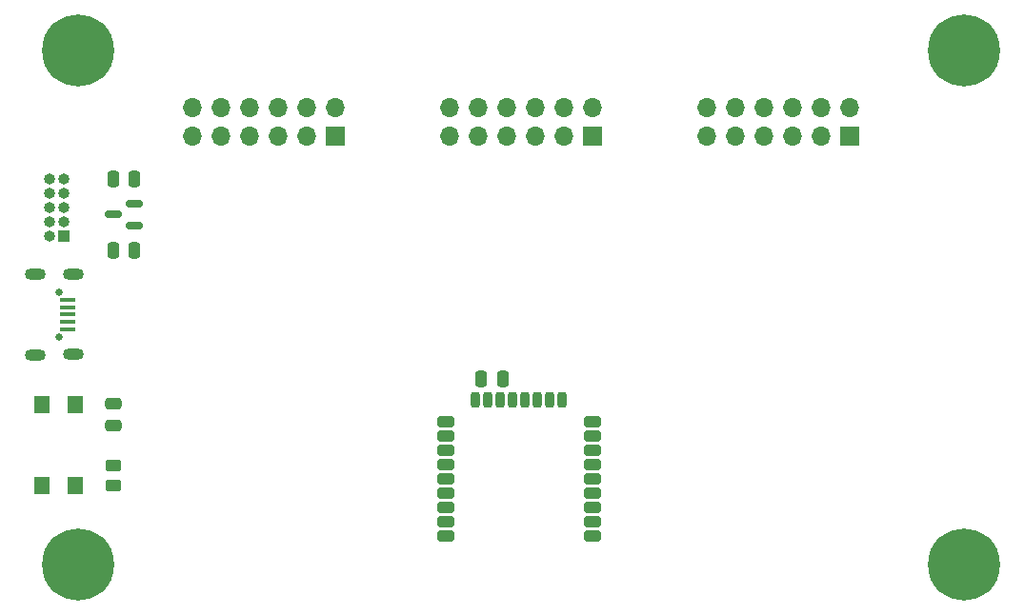
<source format=gbr>
%TF.GenerationSoftware,KiCad,Pcbnew,7.0.4*%
%TF.CreationDate,2023-05-26T13:48:30+02:00*%
%TF.ProjectId,pmod_e103bt53_baseboard,706d6f64-5f65-4313-9033-627435335f62,rev?*%
%TF.SameCoordinates,Original*%
%TF.FileFunction,Soldermask,Top*%
%TF.FilePolarity,Negative*%
%FSLAX46Y46*%
G04 Gerber Fmt 4.6, Leading zero omitted, Abs format (unit mm)*
G04 Created by KiCad (PCBNEW 7.0.4) date 2023-05-26 13:48:30*
%MOMM*%
%LPD*%
G01*
G04 APERTURE LIST*
G04 Aperture macros list*
%AMRoundRect*
0 Rectangle with rounded corners*
0 $1 Rounding radius*
0 $2 $3 $4 $5 $6 $7 $8 $9 X,Y pos of 4 corners*
0 Add a 4 corners polygon primitive as box body*
4,1,4,$2,$3,$4,$5,$6,$7,$8,$9,$2,$3,0*
0 Add four circle primitives for the rounded corners*
1,1,$1+$1,$2,$3*
1,1,$1+$1,$4,$5*
1,1,$1+$1,$6,$7*
1,1,$1+$1,$8,$9*
0 Add four rect primitives between the rounded corners*
20,1,$1+$1,$2,$3,$4,$5,0*
20,1,$1+$1,$4,$5,$6,$7,0*
20,1,$1+$1,$6,$7,$8,$9,0*
20,1,$1+$1,$8,$9,$2,$3,0*%
G04 Aperture macros list end*
%ADD10RoundRect,0.250000X-0.450000X0.262500X-0.450000X-0.262500X0.450000X-0.262500X0.450000X0.262500X0*%
%ADD11RoundRect,0.250000X-0.475000X0.250000X-0.475000X-0.250000X0.475000X-0.250000X0.475000X0.250000X0*%
%ADD12R,1.400000X1.600000*%
%ADD13R,1.700000X1.700000*%
%ADD14O,1.700000X1.700000*%
%ADD15C,0.800000*%
%ADD16C,6.400000*%
%ADD17RoundRect,0.250000X0.250000X0.475000X-0.250000X0.475000X-0.250000X-0.475000X0.250000X-0.475000X0*%
%ADD18R,1.000000X1.000000*%
%ADD19O,1.000000X1.000000*%
%ADD20RoundRect,0.150000X0.587500X0.150000X-0.587500X0.150000X-0.587500X-0.150000X0.587500X-0.150000X0*%
%ADD21RoundRect,0.250000X-0.250000X-0.475000X0.250000X-0.475000X0.250000X0.475000X-0.250000X0.475000X0*%
%ADD22C,0.650000*%
%ADD23R,1.400000X0.400000*%
%ADD24O,1.850000X1.050000*%
%ADD25RoundRect,0.250000X-0.500000X-0.250000X0.500000X-0.250000X0.500000X0.250000X-0.500000X0.250000X0*%
%ADD26RoundRect,0.200000X-0.200000X-0.500000X0.200000X-0.500000X0.200000X0.500000X-0.200000X0.500000X0*%
G04 APERTURE END LIST*
D10*
%TO.C,R1*%
X53975000Y-59770000D03*
X53975000Y-61595000D03*
%TD*%
D11*
%TO.C,C4*%
X53975000Y-54295000D03*
X53975000Y-56195000D03*
%TD*%
D12*
%TO.C,SW1*%
X50625000Y-61595000D03*
X50625000Y-54395000D03*
X47625000Y-61595000D03*
X47625000Y-54395000D03*
%TD*%
D13*
%TO.C,PMOD2*%
X96520000Y-30480000D03*
D14*
X96520000Y-27940000D03*
X93980000Y-30480000D03*
X93980000Y-27940000D03*
X91440000Y-30480000D03*
X91440000Y-27940000D03*
X88900000Y-30480000D03*
X88900000Y-27940000D03*
X86360000Y-30480000D03*
X86360000Y-27940000D03*
X83820000Y-30480000D03*
X83820000Y-27940000D03*
%TD*%
D13*
%TO.C,PMOD3*%
X119380000Y-30480000D03*
D14*
X119380000Y-27940000D03*
X116840000Y-30480000D03*
X116840000Y-27940000D03*
X114300000Y-30480000D03*
X114300000Y-27940000D03*
X111760000Y-30480000D03*
X111760000Y-27940000D03*
X109220000Y-30480000D03*
X109220000Y-27940000D03*
X106680000Y-30480000D03*
X106680000Y-27940000D03*
%TD*%
D13*
%TO.C,PMOD1*%
X73660000Y-30480000D03*
D14*
X73660000Y-27940000D03*
X71120000Y-30480000D03*
X71120000Y-27940000D03*
X68580000Y-30480000D03*
X68580000Y-27940000D03*
X66040000Y-30480000D03*
X66040000Y-27940000D03*
X63500000Y-30480000D03*
X63500000Y-27940000D03*
X60960000Y-30480000D03*
X60960000Y-27940000D03*
%TD*%
D15*
%TO.C,H3*%
X48400000Y-68580000D03*
X49102944Y-66882944D03*
X49102944Y-70277056D03*
X50800000Y-66180000D03*
D16*
X50800000Y-68580000D03*
D15*
X50800000Y-70980000D03*
X52497056Y-66882944D03*
X52497056Y-70277056D03*
X53200000Y-68580000D03*
%TD*%
%TO.C,H1*%
X48400000Y-22860000D03*
X49102944Y-21162944D03*
X49102944Y-24557056D03*
X50800000Y-20460000D03*
D16*
X50800000Y-22860000D03*
D15*
X50800000Y-25260000D03*
X52497056Y-21162944D03*
X52497056Y-24557056D03*
X53200000Y-22860000D03*
%TD*%
D17*
%TO.C,C1*%
X55875000Y-40640000D03*
X53975000Y-40640000D03*
%TD*%
D15*
%TO.C,H4*%
X127140000Y-68580000D03*
X127842944Y-66882944D03*
X127842944Y-70277056D03*
X129540000Y-66180000D03*
D16*
X129540000Y-68580000D03*
D15*
X129540000Y-70980000D03*
X131237056Y-66882944D03*
X131237056Y-70277056D03*
X131940000Y-68580000D03*
%TD*%
D18*
%TO.C,J2*%
X49530000Y-39370000D03*
D19*
X48260000Y-39370000D03*
X49530000Y-38100000D03*
X48260000Y-38100000D03*
X49530000Y-36830000D03*
X48260000Y-36830000D03*
X49530000Y-35560000D03*
X48260000Y-35560000D03*
X49530000Y-34290000D03*
X48260000Y-34290000D03*
%TD*%
D20*
%TO.C,U2*%
X55850000Y-38415000D03*
X55850000Y-36515000D03*
X53975000Y-37465000D03*
%TD*%
D21*
%TO.C,C3*%
X86680000Y-52070000D03*
X88580000Y-52070000D03*
%TD*%
D22*
%TO.C,J1*%
X49120000Y-44355000D03*
X49120000Y-48355000D03*
D23*
X49940000Y-45055000D03*
X49940000Y-45705000D03*
X49940000Y-46355000D03*
X49940000Y-47005000D03*
X49940000Y-47655000D03*
D24*
X50440000Y-42780000D03*
X46990000Y-42780000D03*
X50440000Y-49905000D03*
X46990000Y-49930000D03*
%TD*%
D21*
%TO.C,C2*%
X53975000Y-34290000D03*
X55875000Y-34290000D03*
%TD*%
D15*
%TO.C,H2*%
X127140000Y-22860000D03*
X127842944Y-21162944D03*
X127842944Y-24557056D03*
X129540000Y-20460000D03*
D16*
X129540000Y-22860000D03*
D15*
X129540000Y-25260000D03*
X131237056Y-21162944D03*
X131237056Y-24557056D03*
X131940000Y-22860000D03*
%TD*%
D25*
%TO.C,U1*%
X96520000Y-66040000D03*
X96520000Y-64770000D03*
X96520000Y-63500000D03*
X96520000Y-62230000D03*
X96520000Y-60960000D03*
X96520000Y-59690000D03*
X96520000Y-58420000D03*
X96520000Y-57150000D03*
X96520000Y-55880000D03*
D26*
X93870000Y-53960000D03*
X92770000Y-53960000D03*
X91670000Y-53960000D03*
X90570000Y-53960000D03*
X89470000Y-53960000D03*
X88370000Y-53960000D03*
X87270000Y-53960000D03*
X86170000Y-53960000D03*
D25*
X83520000Y-55880000D03*
X83520000Y-57150000D03*
X83520000Y-58420000D03*
X83520000Y-59690000D03*
X83520000Y-60960000D03*
X83520000Y-62230000D03*
X83520000Y-63500000D03*
X83520000Y-64770000D03*
X83520000Y-66040000D03*
%TD*%
M02*

</source>
